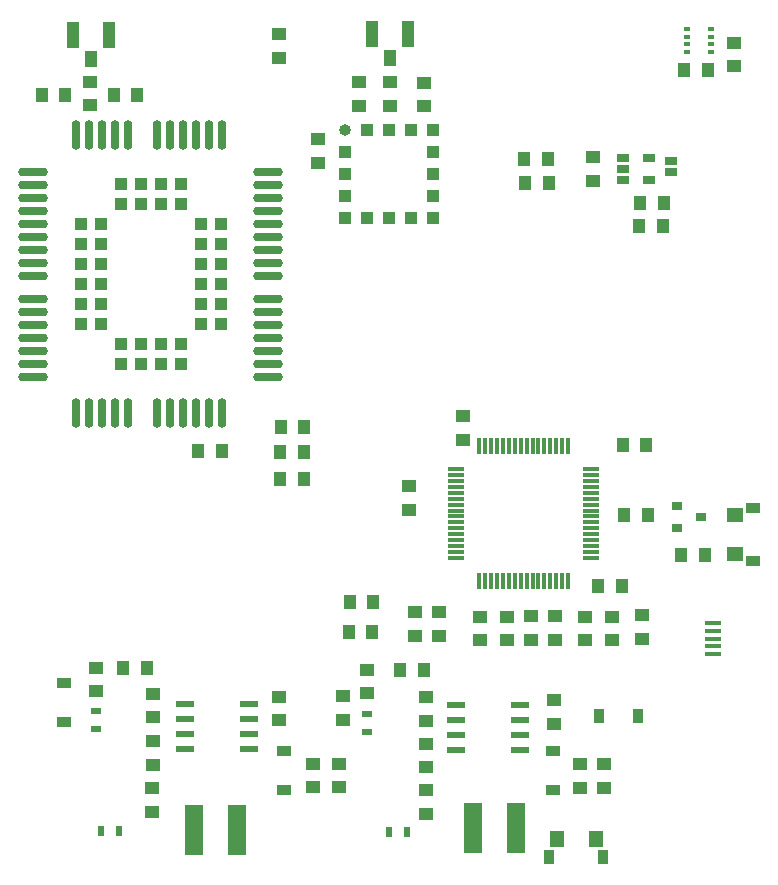
<source format=gbr>
G04 #@! TF.FileFunction,Paste,Top*
%FSLAX46Y46*%
G04 Gerber Fmt 4.6, Leading zero omitted, Abs format (unit mm)*
G04 Created by KiCad (PCBNEW 4.0.5+dfsg1-4) date Wed Oct 24 16:08:21 2018*
%MOMM*%
%LPD*%
G01*
G04 APERTURE LIST*
%ADD10C,0.100000*%
%ADD11R,1.400000X0.300000*%
%ADD12R,0.300000X1.400000*%
%ADD13R,1.250000X1.000000*%
%ADD14R,1.000000X1.250000*%
%ADD15R,0.900000X1.200000*%
%ADD16R,1.000000X1.000000*%
%ADD17O,0.750000X2.500000*%
%ADD18O,2.500000X0.750000*%
%ADD19O,1.000000X1.000000*%
%ADD20R,0.500000X0.350000*%
%ADD21R,1.000000X0.700000*%
%ADD22R,1.060000X0.650000*%
%ADD23R,1.550000X0.600000*%
%ADD24R,1.350000X0.400000*%
%ADD25R,0.500000X0.900000*%
%ADD26R,0.900000X0.500000*%
%ADD27R,1.200000X0.900000*%
%ADD28R,0.900000X0.800000*%
%ADD29R,1.500000X4.200000*%
%ADD30R,1.000000X2.200000*%
%ADD31R,1.000000X1.400000*%
%ADD32R,1.400000X1.200000*%
%ADD33R,1.200000X1.400000*%
G04 APERTURE END LIST*
D10*
D11*
X169433000Y-92452500D03*
X169433000Y-92952500D03*
X169433000Y-93452500D03*
X169433000Y-93952500D03*
X169433000Y-94452500D03*
X169433000Y-94952500D03*
X169433000Y-95452500D03*
X169433000Y-95952500D03*
X169433000Y-96452500D03*
X169433000Y-96952500D03*
X169433000Y-97452500D03*
X169433000Y-97952500D03*
X169433000Y-98452500D03*
X169433000Y-98952500D03*
X169433000Y-99452500D03*
X169433000Y-99952500D03*
D12*
X171383000Y-101902500D03*
X171883000Y-101902500D03*
X172383000Y-101902500D03*
X172883000Y-101902500D03*
X173383000Y-101902500D03*
X173883000Y-101902500D03*
X174383000Y-101902500D03*
X174883000Y-101902500D03*
X175383000Y-101902500D03*
X175883000Y-101902500D03*
X176383000Y-101902500D03*
X176883000Y-101902500D03*
X177383000Y-101902500D03*
X177883000Y-101902500D03*
X178383000Y-101902500D03*
X178883000Y-101902500D03*
D11*
X180833000Y-99952500D03*
X180833000Y-99452500D03*
X180833000Y-98952500D03*
X180833000Y-98452500D03*
X180833000Y-97952500D03*
X180833000Y-97452500D03*
X180833000Y-96952500D03*
X180833000Y-96452500D03*
X180833000Y-95952500D03*
X180833000Y-95452500D03*
X180833000Y-94952500D03*
X180833000Y-94452500D03*
X180833000Y-93952500D03*
X180833000Y-93452500D03*
X180833000Y-92952500D03*
X180833000Y-92452500D03*
D12*
X178883000Y-90502500D03*
X178383000Y-90502500D03*
X177883000Y-90502500D03*
X177383000Y-90502500D03*
X176883000Y-90502500D03*
X176383000Y-90502500D03*
X175883000Y-90502500D03*
X175383000Y-90502500D03*
X174883000Y-90502500D03*
X174383000Y-90502500D03*
X173883000Y-90502500D03*
X173383000Y-90502500D03*
X172883000Y-90502500D03*
X172383000Y-90502500D03*
X171883000Y-90502500D03*
X171383000Y-90502500D03*
D13*
X169989500Y-87963500D03*
X169989500Y-89963500D03*
X171439840Y-104948480D03*
X171439840Y-106948480D03*
D14*
X149590000Y-90932000D03*
X147590000Y-90932000D03*
X185531000Y-90424000D03*
X183531000Y-90424000D03*
X134331200Y-60807600D03*
X136331200Y-60807600D03*
X142427200Y-60782200D03*
X140427200Y-60782200D03*
D13*
X163830000Y-59706000D03*
X163830000Y-61706000D03*
X157734000Y-66532000D03*
X157734000Y-64532000D03*
D14*
X188738000Y-58674000D03*
X190738000Y-58674000D03*
D13*
X138963400Y-111261400D03*
X138963400Y-109261400D03*
X161848800Y-111413800D03*
X161848800Y-109413800D03*
D15*
X181509400Y-113309400D03*
X184809400Y-113309400D03*
D13*
X166674800Y-59731400D03*
X166674800Y-61731400D03*
X154432000Y-57642000D03*
X154432000Y-55642000D03*
X181038500Y-66056000D03*
X181038500Y-68056000D03*
D14*
X164658800Y-109423200D03*
X166658800Y-109423200D03*
X186902600Y-71831200D03*
X184902600Y-71831200D03*
X187004200Y-69926200D03*
X185004200Y-69926200D03*
D13*
X192976500Y-56340500D03*
X192976500Y-58340500D03*
D14*
X175250600Y-68199000D03*
X177250600Y-68199000D03*
X156575000Y-88836500D03*
X154575000Y-88836500D03*
X156511500Y-90995500D03*
X154511500Y-90995500D03*
X156511500Y-93281500D03*
X154511500Y-93281500D03*
X175199800Y-66217800D03*
X177199800Y-66217800D03*
D16*
X142714000Y-83577000D03*
X141014000Y-83577000D03*
X141014000Y-81877000D03*
X142714000Y-81877000D03*
X142714000Y-68277000D03*
X142714000Y-69977000D03*
X141014000Y-68277000D03*
X141014000Y-69977000D03*
X137614000Y-80177000D03*
X139314000Y-80177000D03*
X137614000Y-78477000D03*
X139314000Y-78477000D03*
X137614000Y-76777000D03*
X139314000Y-76777000D03*
X137614000Y-75077000D03*
X139314000Y-75077000D03*
X137614000Y-73377000D03*
X139314000Y-73377000D03*
X137614000Y-71677000D03*
D17*
X149614000Y-87727000D03*
X148514000Y-87727000D03*
X147414000Y-87727000D03*
X146314000Y-87727000D03*
X145214000Y-87727000D03*
X144114000Y-87727000D03*
X141614000Y-87727000D03*
X140514000Y-87727000D03*
X139414000Y-87727000D03*
X138314000Y-87727000D03*
X137214000Y-87727000D03*
D18*
X153514000Y-84627000D03*
X153514000Y-83527000D03*
X153514000Y-82427000D03*
X153514000Y-81327000D03*
X153514000Y-80227000D03*
X153514000Y-79127000D03*
X153514000Y-78027000D03*
X153514000Y-76127000D03*
X153514000Y-75027000D03*
X153514000Y-73927000D03*
X153514000Y-72827000D03*
X153514000Y-71727000D03*
X153514000Y-70627000D03*
X153514000Y-69527000D03*
X153514000Y-68427000D03*
X153514000Y-67327000D03*
D17*
X137214000Y-64127000D03*
X138314000Y-64127000D03*
X139414000Y-64127000D03*
X140514000Y-64127000D03*
X141614000Y-64127000D03*
X144114000Y-64127000D03*
X145214000Y-64127000D03*
X146314000Y-64127000D03*
X147414000Y-64127000D03*
X148514000Y-64127000D03*
X149614000Y-64127000D03*
D18*
X133614000Y-67327000D03*
X133614000Y-68427000D03*
X133614000Y-69527000D03*
X133614000Y-70627000D03*
X133614000Y-71727000D03*
X133614000Y-72827000D03*
X133614000Y-73927000D03*
X133614000Y-75027000D03*
X133614000Y-76127000D03*
X133614000Y-78027000D03*
X133614000Y-79127000D03*
X133614000Y-80227000D03*
X133614000Y-81327000D03*
X133614000Y-82427000D03*
X133614000Y-83527000D03*
X133614000Y-84627000D03*
D16*
X147814000Y-71677000D03*
X149514000Y-71677000D03*
X147814000Y-73377000D03*
X149514000Y-73377000D03*
X147814000Y-75077000D03*
X149514000Y-75077000D03*
X147814000Y-76777000D03*
X149514000Y-76777000D03*
X147814000Y-78477000D03*
X149514000Y-78477000D03*
X147814000Y-80177000D03*
X149514000Y-80177000D03*
X146114000Y-69977000D03*
X146114000Y-68277000D03*
X144414000Y-69977000D03*
X144414000Y-68277000D03*
X144414000Y-81877000D03*
X146114000Y-81877000D03*
X146114000Y-83577000D03*
X144414000Y-83577000D03*
X139314000Y-71677000D03*
D19*
X160020000Y-63754000D03*
D16*
X161870000Y-63754000D03*
X163720000Y-63754000D03*
X167420000Y-63754000D03*
X165570000Y-63754000D03*
X167420000Y-65604000D03*
X167420000Y-67454000D03*
X167420000Y-69304000D03*
X167420000Y-71154000D03*
X165570000Y-71154000D03*
X163720000Y-71154000D03*
X161870000Y-71154000D03*
X160020000Y-71154000D03*
X160020000Y-69304000D03*
X160020000Y-67454000D03*
X160020000Y-65604000D03*
D20*
X191004000Y-55181500D03*
X191004000Y-55831500D03*
X191004000Y-56481500D03*
X191004000Y-57131500D03*
X188954000Y-57131500D03*
X188954000Y-56481500D03*
X188954000Y-55831500D03*
X188954000Y-55181500D03*
D13*
X161188400Y-61706000D03*
X161188400Y-59706000D03*
D21*
X187629800Y-66377400D03*
X187629800Y-67277400D03*
D13*
X165430200Y-95894400D03*
X165430200Y-93894400D03*
X180289200Y-104943400D03*
X180289200Y-106943400D03*
X177673000Y-114030000D03*
X177673000Y-112030000D03*
X179933600Y-119414800D03*
X179933600Y-117414800D03*
X181965600Y-119414800D03*
X181965600Y-117414800D03*
X166878000Y-121624600D03*
X166878000Y-119624600D03*
X166903400Y-117687600D03*
X166903400Y-115687600D03*
D22*
X183558000Y-66106000D03*
X183558000Y-67056000D03*
X183558000Y-68006000D03*
X185758000Y-68006000D03*
X185758000Y-66106000D03*
D14*
X183658000Y-96291400D03*
X185658000Y-96291400D03*
X188484000Y-99745800D03*
X190484000Y-99745800D03*
D13*
X138430000Y-59629800D03*
X138430000Y-61629800D03*
X154457400Y-113699800D03*
X154457400Y-111699800D03*
X159461200Y-119389400D03*
X159461200Y-117389400D03*
X157327600Y-119389400D03*
X157327600Y-117389400D03*
X166827200Y-113750600D03*
X166827200Y-111750600D03*
X143687800Y-121472200D03*
X143687800Y-119472200D03*
X143713200Y-117459000D03*
X143713200Y-115459000D03*
X143713200Y-113471200D03*
X143713200Y-111471200D03*
D14*
X141240000Y-109321600D03*
X143240000Y-109321600D03*
D23*
X151899600Y-116179600D03*
X151899600Y-114909600D03*
X151899600Y-113639600D03*
X151899600Y-112369600D03*
X146499600Y-112369600D03*
X146499600Y-113639600D03*
X146499600Y-114909600D03*
X146499600Y-116179600D03*
D13*
X173710600Y-104943400D03*
X173710600Y-106943400D03*
X175768000Y-104918000D03*
X175768000Y-106918000D03*
X177800000Y-104918000D03*
X177800000Y-106918000D03*
D24*
X191182000Y-108107000D03*
X191182000Y-107457000D03*
X191182000Y-106807000D03*
X191182000Y-106157000D03*
X191182000Y-105507000D03*
D25*
X163765800Y-123190000D03*
X165265800Y-123190000D03*
X139356400Y-123113800D03*
X140856400Y-123113800D03*
D26*
X161848800Y-113169000D03*
X161848800Y-114669000D03*
D13*
X159867600Y-113674400D03*
X159867600Y-111674400D03*
D27*
X177622200Y-116282200D03*
X177622200Y-119582200D03*
X154813000Y-116307600D03*
X154813000Y-119607600D03*
X136245600Y-113892600D03*
X136245600Y-110592600D03*
D26*
X138963400Y-112940400D03*
X138963400Y-114440400D03*
D28*
X188128400Y-95544600D03*
X188128400Y-97444600D03*
X190128400Y-96494600D03*
D23*
X174835800Y-116205000D03*
X174835800Y-114935000D03*
X174835800Y-113665000D03*
X174835800Y-112395000D03*
X169435800Y-112395000D03*
X169435800Y-113665000D03*
X169435800Y-114935000D03*
X169435800Y-116205000D03*
D29*
X174469200Y-122809000D03*
X170869200Y-122809000D03*
X150821800Y-122986800D03*
X147221800Y-122986800D03*
D13*
X185130440Y-104808780D03*
X185130440Y-106808780D03*
X165963600Y-104537000D03*
X165963600Y-106537000D03*
X167970200Y-104537000D03*
X167970200Y-106537000D03*
D14*
X160315400Y-106222800D03*
X162315400Y-106222800D03*
X160391600Y-103657400D03*
X162391600Y-103657400D03*
X181420260Y-102344220D03*
X183420260Y-102344220D03*
D30*
X136980800Y-55676800D03*
D31*
X138480800Y-57676800D03*
D30*
X139980800Y-55676800D03*
X162330000Y-55626000D03*
D31*
X163830000Y-57626000D03*
D30*
X165330000Y-55626000D03*
D27*
X194522600Y-95718600D03*
X194522600Y-100218600D03*
D32*
X193022600Y-96318600D03*
X193022600Y-99618600D03*
D15*
X181814500Y-125269500D03*
X177314500Y-125269500D03*
D33*
X181214500Y-123769500D03*
X177914500Y-123769500D03*
D13*
X182570720Y-104930160D03*
X182570720Y-106930160D03*
M02*

</source>
